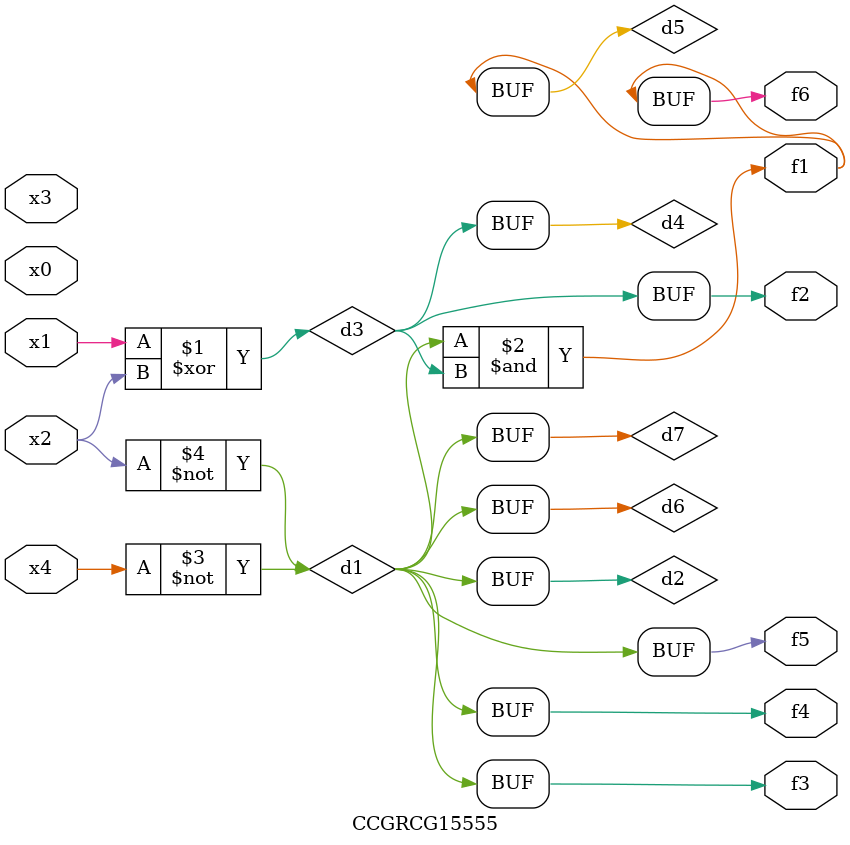
<source format=v>
module CCGRCG15555(
	input x0, x1, x2, x3, x4,
	output f1, f2, f3, f4, f5, f6
);

	wire d1, d2, d3, d4, d5, d6, d7;

	not (d1, x4);
	not (d2, x2);
	xor (d3, x1, x2);
	buf (d4, d3);
	and (d5, d1, d3);
	buf (d6, d1, d2);
	buf (d7, d2);
	assign f1 = d5;
	assign f2 = d4;
	assign f3 = d7;
	assign f4 = d7;
	assign f5 = d7;
	assign f6 = d5;
endmodule

</source>
